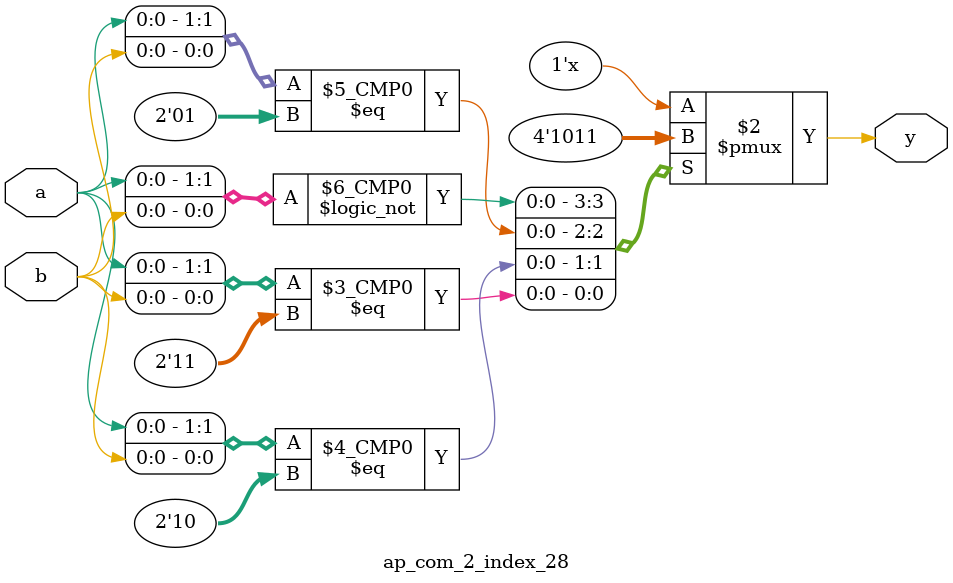
<source format=v>
module ap_com_4_index_0(
	input wire a,
	input wire b,
	input wire c,
	input wire d,
	output reg y
);

always @(*) begin
	case({a, b, c, d})
		4'b0000: y = 0;
		4'b0001: y = 1;
		4'b0010: y = 1;
		4'b0011: y = 1;
		4'b0100: y = 0;
		4'b0101: y = 0;
		4'b0110: y = 0;
		4'b0111: y = 0;
		4'b1000: y = 1;
		4'b1001: y = 1;
		4'b1010: y = 1;
		4'b1011: y = 1;
		4'b1100: y = 1;
		4'b1101: y = 0;
		4'b1110: y = 0;
		4'b1111: y = 1;
		default:;
	endcase
end

endmodule


module ap_com_4_index_1(
	input wire a,
	input wire b,
	input wire c,
	input wire d,
	output reg y
);

always @(*) begin
	case({a, b, c, d})
		4'b0000: y = 0;
		4'b0001: y = 0;
		4'b0010: y = 1;
		4'b0011: y = 1;
		4'b0100: y = 1;
		4'b0101: y = 1;
		4'b0110: y = 1;
		4'b0111: y = 1;
		4'b1000: y = 0;
		4'b1001: y = 1;
		4'b1010: y = 1;
		4'b1011: y = 1;
		4'b1100: y = 1;
		4'b1101: y = 0;
		4'b1110: y = 1;
		4'b1111: y = 0;
		default:;
	endcase
end

endmodule


module ap_com_3_index_2(
	input wire a,
	input wire b,
	input wire c,
	output reg y
);

always @(*) begin
	case({a, b, c})
		3'b000: y = 0;
		3'b001: y = 1;
		3'b010: y = 1;
		3'b011: y = 0;
		3'b100: y = 1;
		3'b101: y = 1;
		3'b110: y = 1;
		3'b111: y = 0;
		default:;
	endcase
end

endmodule


module ap_com_3_index_3(
	input wire a,
	input wire b,
	input wire c,
	output reg y
);

always @(*) begin
	case({a, b, c})
		3'b000: y = 1;
		3'b001: y = 1;
		3'b010: y = 1;
		3'b011: y = 1;
		3'b100: y = 0;
		3'b101: y = 0;
		3'b110: y = 1;
		3'b111: y = 1;
		default:;
	endcase
end

endmodule


module ap_com_4_index_4(
	input wire a,
	input wire b,
	input wire c,
	input wire d,
	output reg y
);

always @(*) begin
	case({a, b, c, d})
		4'b0000: y = 0;
		4'b0001: y = 0;
		4'b0010: y = 0;
		4'b0011: y = 0;
		4'b0100: y = 1;
		4'b0101: y = 0;
		4'b0110: y = 1;
		4'b0111: y = 0;
		4'b1000: y = 0;
		4'b1001: y = 1;
		4'b1010: y = 0;
		4'b1011: y = 0;
		4'b1100: y = 1;
		4'b1101: y = 1;
		4'b1110: y = 0;
		4'b1111: y = 1;
		default:;
	endcase
end

endmodule


module ap_com_4_index_5(
	input wire a,
	input wire b,
	input wire c,
	input wire d,
	output reg y
);

always @(*) begin
	case({a, b, c, d})
		4'b0000: y = 0;
		4'b0001: y = 0;
		4'b0010: y = 0;
		4'b0011: y = 1;
		4'b0100: y = 1;
		4'b0101: y = 1;
		4'b0110: y = 0;
		4'b0111: y = 0;
		4'b1000: y = 0;
		4'b1001: y = 1;
		4'b1010: y = 1;
		4'b1011: y = 1;
		4'b1100: y = 0;
		4'b1101: y = 1;
		4'b1110: y = 0;
		4'b1111: y = 1;
		default:;
	endcase
end

endmodule


module ap_com_3_index_6(
	input wire a,
	input wire b,
	input wire c,
	output reg y
);

always @(*) begin
	case({a, b, c})
		3'b000: y = 0;
		3'b001: y = 1;
		3'b010: y = 1;
		3'b011: y = 1;
		3'b100: y = 1;
		3'b101: y = 1;
		3'b110: y = 0;
		3'b111: y = 1;
		default:;
	endcase
end

endmodule


module ap_com_4_index_7(
	input wire a,
	input wire b,
	input wire c,
	input wire d,
	output reg y
);

always @(*) begin
	case({a, b, c, d})
		4'b0000: y = 0;
		4'b0001: y = 0;
		4'b0010: y = 1;
		4'b0011: y = 0;
		4'b0100: y = 0;
		4'b0101: y = 1;
		4'b0110: y = 1;
		4'b0111: y = 0;
		4'b1000: y = 0;
		4'b1001: y = 0;
		4'b1010: y = 1;
		4'b1011: y = 0;
		4'b1100: y = 0;
		4'b1101: y = 0;
		4'b1110: y = 0;
		4'b1111: y = 0;
		default:;
	endcase
end

endmodule


module ap_com_4_index_8(
	input wire a,
	input wire b,
	input wire c,
	input wire d,
	output reg y
);

always @(*) begin
	case({a, b, c, d})
		4'b0000: y = 0;
		4'b0001: y = 0;
		4'b0010: y = 1;
		4'b0011: y = 0;
		4'b0100: y = 1;
		4'b0101: y = 0;
		4'b0110: y = 0;
		4'b0111: y = 1;
		4'b1000: y = 0;
		4'b1001: y = 0;
		4'b1010: y = 0;
		4'b1011: y = 0;
		4'b1100: y = 0;
		4'b1101: y = 0;
		4'b1110: y = 1;
		4'b1111: y = 1;
		default:;
	endcase
end

endmodule


module ap_com_2_index_9(
	input wire a,
	input wire b,
	output reg y
);

always @(*) begin
	case({a, b})
		2'b00: y = 0;
		2'b01: y = 0;
		2'b10: y = 0;
		2'b11: y = 0;
		default:;
	endcase
end

endmodule


module ap_com_4_index_10(
	input wire a,
	input wire b,
	input wire c,
	input wire d,
	output reg y
);

always @(*) begin
	case({a, b, c, d})
		4'b0000: y = 1;
		4'b0001: y = 1;
		4'b0010: y = 0;
		4'b0011: y = 1;
		4'b0100: y = 1;
		4'b0101: y = 0;
		4'b0110: y = 1;
		4'b0111: y = 0;
		4'b1000: y = 0;
		4'b1001: y = 1;
		4'b1010: y = 0;
		4'b1011: y = 0;
		4'b1100: y = 1;
		4'b1101: y = 0;
		4'b1110: y = 1;
		4'b1111: y = 0;
		default:;
	endcase
end

endmodule


module ap_com_4_index_11(
	input wire a,
	input wire b,
	input wire c,
	input wire d,
	output reg y
);

always @(*) begin
	case({a, b, c, d})
		4'b0000: y = 1;
		4'b0001: y = 1;
		4'b0010: y = 0;
		4'b0011: y = 0;
		4'b0100: y = 1;
		4'b0101: y = 0;
		4'b0110: y = 1;
		4'b0111: y = 0;
		4'b1000: y = 0;
		4'b1001: y = 0;
		4'b1010: y = 1;
		4'b1011: y = 0;
		4'b1100: y = 1;
		4'b1101: y = 0;
		4'b1110: y = 0;
		4'b1111: y = 0;
		default:;
	endcase
end

endmodule


module ap_com_4_index_12(
	input wire a,
	input wire b,
	input wire c,
	input wire d,
	output reg y
);

always @(*) begin
	case({a, b, c, d})
		4'b0000: y = 0;
		4'b0001: y = 1;
		4'b0010: y = 0;
		4'b0011: y = 1;
		4'b0100: y = 0;
		4'b0101: y = 1;
		4'b0110: y = 0;
		4'b0111: y = 0;
		4'b1000: y = 0;
		4'b1001: y = 0;
		4'b1010: y = 0;
		4'b1011: y = 0;
		4'b1100: y = 1;
		4'b1101: y = 0;
		4'b1110: y = 0;
		4'b1111: y = 0;
		default:;
	endcase
end

endmodule


module ap_com_4_index_13(
	input wire a,
	input wire b,
	input wire c,
	input wire d,
	output reg y
);

always @(*) begin
	case({a, b, c, d})
		4'b0000: y = 1;
		4'b0001: y = 1;
		4'b0010: y = 0;
		4'b0011: y = 1;
		4'b0100: y = 1;
		4'b0101: y = 0;
		4'b0110: y = 1;
		4'b0111: y = 0;
		4'b1000: y = 0;
		4'b1001: y = 1;
		4'b1010: y = 0;
		4'b1011: y = 0;
		4'b1100: y = 1;
		4'b1101: y = 0;
		4'b1110: y = 1;
		4'b1111: y = 1;
		default:;
	endcase
end

endmodule


module ap_com_4_index_14(
	input wire a,
	input wire b,
	input wire c,
	input wire d,
	output reg y
);

always @(*) begin
	case({a, b, c, d})
		4'b0000: y = 1;
		4'b0001: y = 1;
		4'b0010: y = 1;
		4'b0011: y = 1;
		4'b0100: y = 0;
		4'b0101: y = 1;
		4'b0110: y = 1;
		4'b0111: y = 0;
		4'b1000: y = 0;
		4'b1001: y = 0;
		4'b1010: y = 1;
		4'b1011: y = 1;
		4'b1100: y = 0;
		4'b1101: y = 0;
		4'b1110: y = 1;
		4'b1111: y = 1;
		default:;
	endcase
end

endmodule


module ap_com_3_index_15(
	input wire a,
	input wire b,
	input wire c,
	output reg y
);

always @(*) begin
	case({a, b, c})
		3'b000: y = 1;
		3'b001: y = 1;
		3'b010: y = 0;
		3'b011: y = 0;
		3'b100: y = 0;
		3'b101: y = 1;
		3'b110: y = 1;
		3'b111: y = 1;
		default:;
	endcase
end

endmodule


module ap_com_4_index_16(
	input wire a,
	input wire b,
	input wire c,
	input wire d,
	output reg y
);

always @(*) begin
	case({a, b, c, d})
		4'b0000: y = 1;
		4'b0001: y = 1;
		4'b0010: y = 1;
		4'b0011: y = 0;
		4'b0100: y = 1;
		4'b0101: y = 1;
		4'b0110: y = 1;
		4'b0111: y = 0;
		4'b1000: y = 0;
		4'b1001: y = 1;
		4'b1010: y = 0;
		4'b1011: y = 0;
		4'b1100: y = 0;
		4'b1101: y = 1;
		4'b1110: y = 1;
		4'b1111: y = 0;
		default:;
	endcase
end

endmodule


module ap_com_2_index_17(
	input wire a,
	input wire b,
	output reg y
);

always @(*) begin
	case({a, b})
		2'b00: y = 1;
		2'b01: y = 1;
		2'b10: y = 1;
		2'b11: y = 0;
		default:;
	endcase
end

endmodule


module ap_com_4_index_18(
	input wire a,
	input wire b,
	input wire c,
	input wire d,
	output reg y
);

always @(*) begin
	case({a, b, c, d})
		4'b0000: y = 0;
		4'b0001: y = 1;
		4'b0010: y = 1;
		4'b0011: y = 0;
		4'b0100: y = 0;
		4'b0101: y = 1;
		4'b0110: y = 1;
		4'b0111: y = 0;
		4'b1000: y = 0;
		4'b1001: y = 0;
		4'b1010: y = 1;
		4'b1011: y = 0;
		4'b1100: y = 1;
		4'b1101: y = 1;
		4'b1110: y = 1;
		4'b1111: y = 0;
		default:;
	endcase
end

endmodule


module ap_com_4_index_19(
	input wire a,
	input wire b,
	input wire c,
	input wire d,
	output reg y
);

always @(*) begin
	case({a, b, c, d})
		4'b0000: y = 0;
		4'b0001: y = 0;
		4'b0010: y = 1;
		4'b0011: y = 1;
		4'b0100: y = 0;
		4'b0101: y = 0;
		4'b0110: y = 1;
		4'b0111: y = 0;
		4'b1000: y = 0;
		4'b1001: y = 0;
		4'b1010: y = 1;
		4'b1011: y = 1;
		4'b1100: y = 1;
		4'b1101: y = 0;
		4'b1110: y = 1;
		4'b1111: y = 0;
		default:;
	endcase
end

endmodule


module ap_com_3_index_20(
	input wire a,
	input wire b,
	input wire c,
	output reg y
);

always @(*) begin
	case({a, b, c})
		3'b000: y = 0;
		3'b001: y = 1;
		3'b010: y = 1;
		3'b011: y = 1;
		3'b100: y = 1;
		3'b101: y = 0;
		3'b110: y = 0;
		3'b111: y = 1;
		default:;
	endcase
end

endmodule


module ap_com_2_index_21(
	input wire a,
	input wire b,
	output reg y
);

always @(*) begin
	case({a, b})
		2'b00: y = 0;
		2'b01: y = 1;
		2'b10: y = 0;
		2'b11: y = 1;
		default:;
	endcase
end

endmodule


module ap_com_3_index_22(
	input wire a,
	input wire b,
	input wire c,
	output reg y
);

always @(*) begin
	case({a, b, c})
		3'b000: y = 0;
		3'b001: y = 1;
		3'b010: y = 1;
		3'b011: y = 0;
		3'b100: y = 1;
		3'b101: y = 1;
		3'b110: y = 1;
		3'b111: y = 1;
		default:;
	endcase
end

endmodule


module ap_com_3_index_23(
	input wire a,
	input wire b,
	input wire c,
	output reg y
);

always @(*) begin
	case({a, b, c})
		3'b000: y = 0;
		3'b001: y = 1;
		3'b010: y = 0;
		3'b011: y = 0;
		3'b100: y = 0;
		3'b101: y = 1;
		3'b110: y = 1;
		3'b111: y = 1;
		default:;
	endcase
end

endmodule


module ap_com_3_index_24(
	input wire a,
	input wire b,
	input wire c,
	output reg y
);

always @(*) begin
	case({a, b, c})
		3'b000: y = 0;
		3'b001: y = 0;
		3'b010: y = 0;
		3'b011: y = 1;
		3'b100: y = 0;
		3'b101: y = 1;
		3'b110: y = 1;
		3'b111: y = 1;
		default:;
	endcase
end

endmodule


module ap_com_2_index_25(
	input wire a,
	input wire b,
	output reg y
);

always @(*) begin
	case({a, b})
		2'b00: y = 0;
		2'b01: y = 1;
		2'b10: y = 1;
		2'b11: y = 1;
		default:;
	endcase
end

endmodule


module ap_com_2_index_26(
	input wire a,
	input wire b,
	output reg y
);

always @(*) begin
	case({a, b})
		2'b00: y = 1;
		2'b01: y = 0;
		2'b10: y = 1;
		2'b11: y = 0;
		default:;
	endcase
end

endmodule


module ap_com_2_index_27(
	input wire a,
	input wire b,
	output reg y
);

always @(*) begin
	case({a, b})
		2'b00: y = 0;
		2'b01: y = 0;
		2'b10: y = 0;
		2'b11: y = 1;
		default:;
	endcase
end

endmodule


module ap_com_2_index_28(
	input wire a,
	input wire b,
	output reg y
);

always @(*) begin
	case({a, b})
		2'b00: y = 1;
		2'b01: y = 0;
		2'b10: y = 1;
		2'b11: y = 1;
		default:;
	endcase
end

endmodule



</source>
